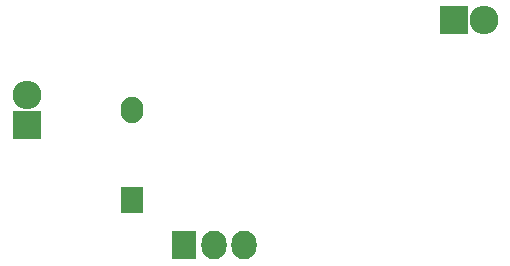
<source format=gbs>
G04 #@! TF.FileFunction,Soldermask,Bot*
%FSLAX46Y46*%
G04 Gerber Fmt 4.6, Leading zero omitted, Abs format (unit mm)*
G04 Created by KiCad (PCBNEW no-vcs-found-product) date Fri 08 Apr 2016 01:52:16 AM CDT*
%MOMM*%
G01*
G04 APERTURE LIST*
%ADD10C,0.100000*%
%ADD11R,2.127200X2.432000*%
%ADD12O,2.127200X2.432000*%
%ADD13R,1.924000X2.224000*%
%ADD14O,1.924000X2.224000*%
%ADD15R,2.432000X2.432000*%
%ADD16O,2.432000X2.432000*%
G04 APERTURE END LIST*
D10*
D11*
X81280000Y-155575000D03*
D12*
X83820000Y-155575000D03*
X86360000Y-155575000D03*
D13*
X76835000Y-151765000D03*
D14*
X76835000Y-144145000D03*
D15*
X67945000Y-145415000D03*
D16*
X67945000Y-142875000D03*
D15*
X104140000Y-136525000D03*
D16*
X106680000Y-136525000D03*
M02*

</source>
